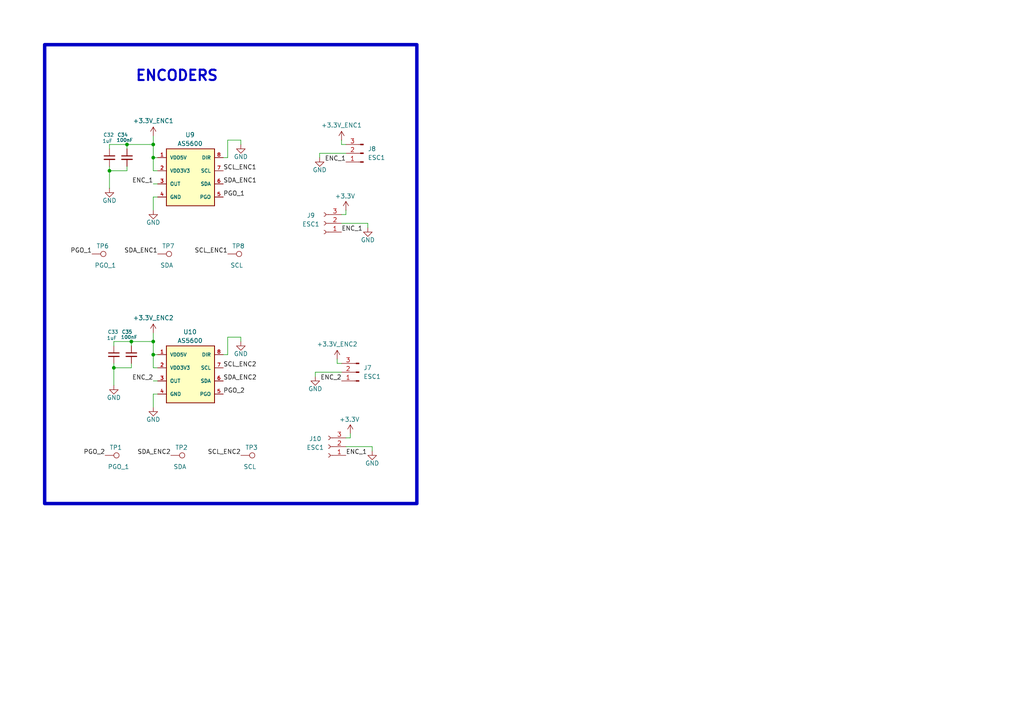
<source format=kicad_sch>
(kicad_sch (version 20250114) (generator "eeschema") (generator_version "9.0")
  (paper "A4")
  (lib_symbols
    (symbol "Connector:Conn_01x03_Pin" (pin_names (offset 1.016) (hide yes))
      (property "Reference" "J" (at 0 5.08 0))
      (property "Value" "Conn_01x03_Pin" (at 0 -5.08 0))
      (symbol "Conn_01x03_Pin_1_1"
        (rectangle (start 0.8636 2.667) (end 0 2.413) (stroke (width 0.1524)) (fill (type outline)))
        (rectangle (start 0.8636 0.127) (end 0 -0.127) (stroke (width 0.1524)) (fill (type outline)))
        (rectangle (start 0.8636 -2.413) (end 0 -2.667) (stroke (width 0.1524)) (fill (type outline)))
        (polyline (pts (xy 1.27 2.54) (xy 0.8636 2.54)) (stroke (width 0.1524)))
        (polyline (pts (xy 1.27 0) (xy 0.8636 0)) (stroke (width 0.1524)))
        (polyline (pts (xy 1.27 -2.54) (xy 0.8636 -2.54)) (stroke (width 0.1524)))
        (pin passive line (at 5.08 2.54 180) (length 3.81) (name "Pin_1") (number "1"))
        (pin passive line (at 5.08 0 180) (length 3.81) (name "Pin_2") (number "2"))
        (pin passive line (at 5.08 -2.54 180) (length 3.81) (name "Pin_3") (number "3"))
      )
    )
    (symbol "Connector:Conn_01x03_Socket" (pin_names (offset 1.016) (hide yes))
      (property "Reference" "J" (at 0 5.08 0))
      (property "Value" "Conn_01x03_Socket" (at 0 -5.08 0))
      (symbol "Conn_01x03_Socket_1_1"
        (polyline (pts (xy -1.27 2.54) (xy -0.508 2.54)) (stroke (width 0.1524)))
        (polyline (pts (xy -1.27 0) (xy -0.508 0)) (stroke (width 0.1524)))
        (polyline (pts (xy -1.27 -2.54) (xy -0.508 -2.54)) (stroke (width 0.1524)))
        (arc (start 0 2.032) (mid -0.5058 2.54) (end 0 3.048) (stroke (width 0.1524)))
        (arc (start 0 -0.508) (mid -0.5058 0) (end 0 0.508) (stroke (width 0.1524)))
        (arc (start 0 -3.048) (mid -0.5058 -2.54) (end 0 -2.032) (stroke (width 0.1524)))
        (pin passive line (at -5.08 2.54 0) (length 3.81) (name "Pin_1") (number "1"))
        (pin passive line (at -5.08 0 0) (length 3.81) (name "Pin_2") (number "2"))
        (pin passive line (at -5.08 -2.54 0) (length 3.81) (name "Pin_3") (number "3"))
      )
    )
    (symbol "Device:C_Small" (pin_numbers (hide yes)) (pin_names (offset 0.254) (hide yes))
      (property "Reference" "C" (at 0.254 1.778 0))
      (property "Value" "C_Small" (at 0.254 -2.032 0))
      (symbol "C_Small_0_1"
        (polyline (pts (xy -1.524 0.508) (xy 1.524 0.508)) (stroke (width 0.3048)))
        (polyline (pts (xy -1.524 -0.508) (xy 1.524 -0.508)) (stroke (width 0.3302)))
      )
      (symbol "C_Small_1_1"
        (pin passive line (at 0 2.54 270) (length 2.032) (name "~") (number "1"))
        (pin passive line (at 0 -2.54 90) (length 2.032) (name "~") (number "2"))
      )
    )
    (symbol "MixLib:AS5600" (pin_names (offset 1.016))
      (property "Reference" "U" (at -0.508 8.636 0))
      (property "Value" "AS5600" (at -0.508 -10.922 0))
      (symbol "AS5600_0_0"
        (rectangle (start -7.62 7.62) (end 6.35 -8.89) (stroke (width 0.254)) (fill (type background)))
        (pin power_in line (at -10.16 1.27 0) (length 2.54) (name "VDD3V3") (number "2"))
        (pin output line (at -10.16 -2.54 0) (length 2.54) (name "OUT") (number "3"))
        (pin power_in line (at -10.16 -6.35 0) (length 2.54) (name "GND") (number "4"))
        (pin input line (at 8.89 5.08 180) (length 2.54) (name "DIR") (number "8"))
        (pin input line (at 8.89 1.27 180) (length 2.54) (name "SCL") (number "7"))
        (pin bidirectional line (at 8.89 -2.54 180) (length 2.54) (name "SDA") (number "6"))
        (pin input line (at 8.89 -6.35 180) (length 2.54) (name "PGO") (number "5"))
      )
      (symbol "AS5600_1_0"
        (pin power_in line (at -10.16 5.08 0) (length 2.54) (name "VDD5V") (number "1"))
      )
    )
    (symbol "PCM_4ms_Connector:TestPoint" (pin_numbers (hide yes)) (pin_names (offset 0.762) (hide yes))
      (property "Reference" "TP" (at 0 6.858 0))
      (property "Value" "TestPoint" (at 0 5.08 0))
      (symbol "TestPoint_0_1"
        (circle (center 0 3.302) (radius 0.762))
      )
      (symbol "TestPoint_1_1"
        (pin passive line (at 0 0 90) (length 2.54) (name "1") (number "1"))
      )
    )
    (symbol "power:+3.3V" (power) (pin_numbers (hide yes)) (pin_names (offset 0) (hide yes))
      (property "Value" "+3.3V" (at 0 3.556 0))
      (symbol "+3.3V_0_1"
        (polyline (pts (xy -0.762 1.27) (xy 0 2.54)))
        (polyline (pts (xy 0 2.54) (xy 0.762 1.27)))
        (polyline (pts (xy 0 0) (xy 0 2.54)))
      )
      (symbol "+3.3V_1_1"
        (pin power_in line (at 0 0 90) (length 0) (name "~") (number "1"))
      )
    )
    (symbol "power:GND" (power) (pin_numbers (hide yes)) (pin_names (offset 0) (hide yes))
      (property "Value" "GND" (at 0 -3.81 0))
      (symbol "GND_0_1"
        (polyline (pts (xy 0 0) (xy 0 -1.27) (xy 1.27 -1.27) (xy 0 -2.54) (xy -1.27 -1.27) (xy 0 -1.27)))
      )
      (symbol "GND_1_1"
        (pin power_in line (at 0 0 270) (length 0) (name "~") (number "1"))
      )
    )
  )
  (rectangle (start 12.954 12.954) (end 120.904 146.05) (stroke (width 1)))
  (text "ENCODERS" (at 51.308 22.098 0) (effects (font (size 3 3) (thickness 0.6) (bold yes))))
  (junction (at 31.75 49.53))
  (junction (at 44.45 99.06))
  (junction (at 33.02 106.68))
  (junction (at 36.83 41.91))
  (junction (at 44.45 102.87))
  (junction (at 44.45 41.91))
  (junction (at 38.1 99.06))
  (junction (at 44.45 45.72))
  (wire (pts (xy 66.04 45.72) (xy 66.04 40.64)))
  (wire (pts (xy 38.1 106.68) (xy 33.02 106.68)))
  (wire (pts (xy 44.45 41.91) (xy 44.45 45.72)))
  (wire (pts (xy 44.45 96.52) (xy 44.45 99.06)))
  (wire (pts (xy 38.1 99.06) (xy 44.45 99.06)))
  (wire (pts (xy 100.33 62.23) (xy 99.06 62.23)))
  (wire (pts (xy 44.45 57.15) (xy 45.72 57.15)))
  (wire (pts (xy 36.83 41.91) (xy 44.45 41.91)))
  (wire (pts (xy 44.45 110.49) (xy 45.72 110.49)))
  (wire (pts (xy 44.45 53.34) (xy 45.72 53.34)))
  (wire (pts (xy 91.44 107.95) (xy 99.06 107.95)))
  (wire (pts (xy 44.45 114.3) (xy 45.72 114.3)))
  (wire (pts (xy 44.45 102.87) (xy 44.45 106.68)))
  (wire (pts (xy 31.75 49.53) (xy 31.75 54.61)))
  (wire (pts (xy 44.45 57.15) (xy 44.45 60.96)))
  (wire (pts (xy 106.68 64.77) (xy 99.06 64.77)))
  (wire (pts (xy 36.83 48.26) (xy 36.83 49.53)))
  (wire (pts (xy 66.04 97.79) (xy 69.85 97.79)))
  (wire (pts (xy 33.02 100.33) (xy 33.02 99.06)))
  (wire (pts (xy 97.79 104.14) (xy 97.79 105.41)))
  (wire (pts (xy 107.95 129.54) (xy 100.33 129.54)))
  (wire (pts (xy 36.83 49.53) (xy 31.75 49.53)))
  (wire (pts (xy 69.85 40.64) (xy 69.85 41.91)))
  (wire (pts (xy 31.75 41.91) (xy 36.83 41.91)))
  (wire (pts (xy 31.75 43.18) (xy 31.75 41.91)))
  (wire (pts (xy 33.02 99.06) (xy 38.1 99.06)))
  (wire (pts (xy 44.45 45.72) (xy 45.72 45.72)))
  (wire (pts (xy 91.44 109.22) (xy 91.44 107.95)))
  (wire (pts (xy 107.95 130.81) (xy 107.95 129.54)))
  (wire (pts (xy 69.85 97.79) (xy 69.85 99.06)))
  (wire (pts (xy 92.71 44.45) (xy 100.33 44.45)))
  (wire (pts (xy 101.6 125.73) (xy 101.6 127)))
  (wire (pts (xy 66.04 40.64) (xy 69.85 40.64)))
  (wire (pts (xy 45.72 106.68) (xy 44.45 106.68)))
  (wire (pts (xy 92.71 45.72) (xy 92.71 44.45)))
  (wire (pts (xy 45.72 49.53) (xy 44.45 49.53)))
  (wire (pts (xy 38.1 105.41) (xy 38.1 106.68)))
  (wire (pts (xy 66.04 102.87) (xy 66.04 97.79)))
  (wire (pts (xy 44.45 45.72) (xy 44.45 49.53)))
  (wire (pts (xy 31.75 49.53) (xy 31.75 48.26)))
  (wire (pts (xy 64.77 102.87) (xy 66.04 102.87)))
  (wire (pts (xy 44.45 102.87) (xy 45.72 102.87)))
  (wire (pts (xy 100.33 60.96) (xy 100.33 62.23)))
  (wire (pts (xy 38.1 99.06) (xy 38.1 100.33)))
  (wire (pts (xy 33.02 106.68) (xy 33.02 111.76)))
  (wire (pts (xy 44.45 99.06) (xy 44.45 102.87)))
  (wire (pts (xy 64.77 45.72) (xy 66.04 45.72)))
  (wire (pts (xy 33.02 106.68) (xy 33.02 105.41)))
  (wire (pts (xy 106.68 66.04) (xy 106.68 64.77)))
  (wire (pts (xy 44.45 114.3) (xy 44.45 118.11)))
  (wire (pts (xy 101.6 127) (xy 100.33 127)))
  (wire (pts (xy 99.06 41.91) (xy 100.33 41.91)))
  (wire (pts (xy 97.79 105.41) (xy 99.06 105.41)))
  (wire (pts (xy 36.83 41.91) (xy 36.83 43.18)))
  (wire (pts (xy 44.45 39.37) (xy 44.45 41.91)))
  (wire (pts (xy 99.06 40.64) (xy 99.06 41.91)))
  (label "ENC_2" (at 44.45 110.49 180))
  (label "PGO_2" (at 30.48 132.08 180))
  (label "SDA_ENC1" (at 45.72 73.66 180))
  (label "SDA_ENC2" (at 49.53 132.08 180))
  (label "SCL_ENC1" (at 66.04 73.66 180))
  (label "SCL_ENC2" (at 69.85 132.08 180))
  (label "SDA_ENC2" (at 64.77 110.49 0))
  (label "ENC_1" (at 100.33 132.08 0))
  (label "ENC_1" (at 44.45 53.34 180))
  (label "ENC_2" (at 99.06 110.49 180))
  (label "SCL_ENC1" (at 64.77 49.53 0))
  (label "PGO_1" (at 26.67 73.66 180))
  (label "PGO_2" (at 64.77 114.3 0))
  (label "SDA_ENC1" (at 64.77 53.34 0))
  (label "ENC_1" (at 100.33 46.99 180))
  (label "ENC_1" (at 99.06 67.31 0))
  (label "SCL_ENC2" (at 64.77 106.68 0))
  (label "PGO_1" (at 64.77 57.15 0))
  (symbol (lib_id "PCM_4ms_Connector:TestPoint") (at 69.85 132.08 270) (unit 1)
    (property "Reference" "TP3" (at 71.12 129.794 90) (effects (justify left)))
    (property "Value" "SCL" (at 70.612 135.382 90) (effects (justify left)))
    (property "Footprint" "TestPoint:TestPoint_Pad_D1.5mm" (effects (hide yes)))
    (property "Description" "test point" (effects (hide yes)))
  )
  (symbol (lib_id "Connector:Conn_01x03_Socket") (at 93.98 64.77 180) (unit 1)
    (property "Reference" "J9" (at 90.17 62.484 0))
    (property "Value" "ESC1" (at 90.17 65.024 0))
    (property "Footprint" "Connector_JST:JST_XH_B3B-XH-A_1x03_P2.50mm_Vertical" (effects (hide yes)))
    (property "Description" "Generic connector, single row, 01x03, script generated" (effects (hide yes)))
  )
  (symbol (lib_id "MixLib:AS5600") (at 55.88 107.95 0) (unit 1)
    (property "Reference" "U10" (at 55.118 96.266 0))
    (property "Value" "AS5600" (at 55.118 98.806 0))
    (property "Footprint" "Package_SO:SOIC-8_3.9x4.9mm_P1.27mm" (effects (hide yes)))
    (property "MF" "Ams AG" (effects (hide yes)))
    (property "Description_1" "Hall Effect Sensor Rotary Position External Magnet, Not Included Gull Wing" (effects (hide yes)))
    (property "Package" "None" (effects (hide yes)))
    (property "Price" "None" (effects (hide yes)))
    (property "SnapEDA_Link" "https://www.snapeda.com/parts/AS5600/ams/view-part/?ref=snap" (effects (hide yes)))
    (property "MP" "AS5600" (effects (hide yes)))
    (property "Availability" "Not in stock" (effects (hide yes)))
    (property "Check_prices" "https://www.snapeda.com/parts/AS5600/ams/view-part/?ref=eda" (effects (hide yes)))
  )
  (symbol (lib_id "power:GND") (at 69.85 41.91 0) (unit 1)
    (property "Reference" "#PWR064" (effects (hide yes)))
    (property "Value" "GND" (at 69.85 45.466 0))
    (property "Description" "Power symbol creates a global label with name \"GND\" , ground" (effects (hide yes)))
  )
  (symbol (lib_id "PCM_4ms_Connector:TestPoint") (at 45.72 73.66 270) (unit 1)
    (property "Reference" "TP7" (at 46.99 71.374 90) (effects (justify left)))
    (property "Value" "SDA" (at 46.482 76.962 90) (effects (justify left)))
    (property "Footprint" "TestPoint:TestPoint_Pad_D1.5mm" (effects (hide yes)))
    (property "Description" "test point" (effects (hide yes)))
  )
  (symbol (lib_id "Device:C_Small") (at 36.83 45.72 0) (unit 1)
    (property "Reference" "C34" (at 34.036 39.116 0) (effects (font (size 1 1)) (justify left)))
    (property "Value" "100nF" (at 33.782 40.64 0) (effects (font (size 1 1)) (justify left)))
    (property "Footprint" "Capacitor_SMD:C_0603_1608Metric" (effects (hide yes)))
    (property "Description" "Unpolarized capacitor, small symbol" (effects (hide yes)))
  )
  (symbol (lib_id "power:GND") (at 69.85 99.06 0) (unit 1)
    (property "Reference" "#PWR065" (effects (hide yes)))
    (property "Value" "GND" (at 69.85 102.616 0))
    (property "Description" "Power symbol creates a global label with name \"GND\" , ground" (effects (hide yes)))
  )
  (symbol (lib_id "Device:C_Small") (at 33.02 102.87 0) (unit 1)
    (property "Reference" "C33" (at 31.242 96.266 0) (effects (font (size 1 1)) (justify left)))
    (property "Value" "1uF" (at 30.988 98.044 0) (effects (font (size 1 1)) (justify left)))
    (property "Footprint" "Capacitor_SMD:C_0603_1608Metric" (effects (hide yes)))
    (property "Description" "Unpolarized capacitor, small symbol" (effects (hide yes)))
  )
  (symbol (lib_id "power:+3.3V") (at 99.06 40.64 0) (unit 1)
    (property "Reference" "#PWR066" (effects (hide yes)))
    (property "Value" "+3.3V_ENC1" (at 99.06 36.322 0))
    (property "Description" "Power symbol creates a global label with name \"+3.3V\"" (effects (hide yes)))
  )
  (symbol (lib_id "power:GND") (at 31.75 54.61 0) (unit 1)
    (property "Reference" "#PWR058" (effects (hide yes)))
    (property "Value" "GND" (at 31.75 58.166 0))
    (property "Description" "Power symbol creates a global label with name \"GND\" , ground" (effects (hide yes)))
  )
  (symbol (lib_id "PCM_4ms_Connector:TestPoint") (at 26.67 73.66 270) (unit 1)
    (property "Reference" "TP6" (at 27.94 71.374 90) (effects (justify left)))
    (property "Value" "PGO_1" (at 27.432 76.962 90) (effects (justify left)))
    (property "Footprint" "TestPoint:TestPoint_Pad_D1.5mm" (effects (hide yes)))
    (property "Description" "test point" (effects (hide yes)))
  )
  (symbol (lib_id "Device:C_Small") (at 31.75 45.72 0) (unit 1)
    (property "Reference" "C32" (at 29.972 39.116 0) (effects (font (size 1 1)) (justify left)))
    (property "Value" "1uF" (at 29.718 40.894 0) (effects (font (size 1 1)) (justify left)))
    (property "Footprint" "Capacitor_SMD:C_0603_1608Metric" (effects (hide yes)))
    (property "Description" "Unpolarized capacitor, small symbol" (effects (hide yes)))
  )
  (symbol (lib_id "power:GND") (at 44.45 60.96 0) (unit 1)
    (property "Reference" "#PWR061" (effects (hide yes)))
    (property "Value" "GND" (at 44.45 64.516 0))
    (property "Description" "Power symbol creates a global label with name \"GND\" , ground" (effects (hide yes)))
  )
  (symbol (lib_id "Connector:Conn_01x03_Pin") (at 105.41 44.45 180) (unit 1)
    (property "Reference" "J8" (at 106.68 43.1799 0) (effects (justify right)))
    (property "Value" "ESC1" (at 106.68 45.7199 0) (effects (justify right)))
    (property "Footprint" "MixLib:PinHeader_1x03_P2.54-SMD,THT,2-layers" (effects (hide yes)))
    (property "Description" "Generic connector, single row, 01x03, script generated" (effects (hide yes)))
  )
  (symbol (lib_id "power:+3.3V") (at 44.45 39.37 0) (unit 1)
    (property "Reference" "#PWR060" (effects (hide yes)))
    (property "Value" "+3.3V_ENC1" (at 44.45 35.052 0))
    (property "Description" "Power symbol creates a global label with name \"+3.3V\"" (effects (hide yes)))
  )
  (symbol (lib_id "power:+3.3V") (at 97.79 104.14 0) (unit 1)
    (property "Reference" "#PWR074" (effects (hide yes)))
    (property "Value" "+3.3V_ENC2" (at 97.79 99.822 0))
    (property "Description" "Power symbol creates a global label with name \"+3.3V\"" (effects (hide yes)))
  )
  (symbol (lib_id "Device:C_Small") (at 38.1 102.87 0) (unit 1)
    (property "Reference" "C35" (at 35.306 96.266 0) (effects (font (size 1 1)) (justify left)))
    (property "Value" "100nF" (at 35.052 97.79 0) (effects (font (size 1 1)) (justify left)))
    (property "Footprint" "Capacitor_SMD:C_0603_1608Metric" (effects (hide yes)))
    (property "Description" "Unpolarized capacitor, small symbol" (effects (hide yes)))
  )
  (symbol (lib_id "power:GND") (at 106.68 66.04 0) (mirror y) (unit 1)
    (property "Reference" "#PWR075" (effects (hide yes)))
    (property "Value" "GND" (at 106.68 69.596 0))
    (property "Description" "Power symbol creates a global label with name \"GND\" , ground" (effects (hide yes)))
  )
  (symbol (lib_id "Connector:Conn_01x03_Socket") (at 95.25 129.54 180) (unit 1)
    (property "Reference" "J10" (at 91.44 127.254 0))
    (property "Value" "ESC1" (at 91.44 129.794 0))
    (property "Footprint" "Connector_JST:JST_XH_B3B-XH-A_1x03_P2.50mm_Vertical" (effects (hide yes)))
    (property "Description" "Generic connector, single row, 01x03, script generated" (effects (hide yes)))
  )
  (symbol (lib_id "PCM_4ms_Connector:TestPoint") (at 66.04 73.66 270) (unit 1)
    (property "Reference" "TP8" (at 67.31 71.374 90) (effects (justify left)))
    (property "Value" "SCL" (at 66.802 76.962 90) (effects (justify left)))
    (property "Footprint" "TestPoint:TestPoint_Pad_D1.5mm" (effects (hide yes)))
    (property "Description" "test point" (effects (hide yes)))
  )
  (symbol (lib_id "power:GND") (at 107.95 130.81 0) (mirror y) (unit 1)
    (property "Reference" "#PWR078" (effects (hide yes)))
    (property "Value" "GND" (at 107.95 134.366 0))
    (property "Description" "Power symbol creates a global label with name \"GND\" , ground" (effects (hide yes)))
  )
  (symbol (lib_id "MixLib:AS5600") (at 55.88 50.8 0) (unit 1)
    (property "Reference" "U9" (at 55.118 39.116 0))
    (property "Value" "AS5600" (at 55.118 41.656 0))
    (property "Footprint" "Package_SO:SOIC-8_3.9x4.9mm_P1.27mm" (effects (hide yes)))
    (property "MF" "Ams AG" (effects (hide yes)))
    (property "Description_1" "Hall Effect Sensor Rotary Position External Magnet, Not Included Gull Wing" (effects (hide yes)))
    (property "Package" "None" (effects (hide yes)))
    (property "Price" "None" (effects (hide yes)))
    (property "SnapEDA_Link" "https://www.snapeda.com/parts/AS5600/ams/view-part/?ref=snap" (effects (hide yes)))
    (property "MP" "AS5600" (effects (hide yes)))
    (property "Availability" "Not in stock" (effects (hide yes)))
    (property "Check_prices" "https://www.snapeda.com/parts/AS5600/ams/view-part/?ref=eda" (effects (hide yes)))
  )
  (symbol (lib_id "power:+3.3V") (at 100.33 60.96 0) (unit 1)
    (property "Reference" "#PWR076" (effects (hide yes)))
    (property "Value" "+3.3V" (at 100.076 56.896 0))
    (property "Description" "Power symbol creates a global label with name \"+3.3V\"" (effects (hide yes)))
  )
  (symbol (lib_id "power:GND") (at 44.45 118.11 0) (unit 1)
    (property "Reference" "#PWR063" (effects (hide yes)))
    (property "Value" "GND" (at 44.45 121.666 0))
    (property "Description" "Power symbol creates a global label with name \"GND\" , ground" (effects (hide yes)))
  )
  (symbol (lib_id "power:GND") (at 91.44 109.22 0) (unit 1)
    (property "Reference" "#PWR072" (effects (hide yes)))
    (property "Value" "GND" (at 91.44 112.776 0))
    (property "Description" "Power symbol creates a global label with name \"GND\" , ground" (effects (hide yes)))
  )
  (symbol (lib_id "power:+3.3V") (at 44.45 96.52 0) (unit 1)
    (property "Reference" "#PWR062" (effects (hide yes)))
    (property "Value" "+3.3V_ENC2" (at 44.45 92.202 0))
    (property "Description" "Power symbol creates a global label with name \"+3.3V\"" (effects (hide yes)))
  )
  (symbol (lib_id "PCM_4ms_Connector:TestPoint") (at 30.48 132.08 270) (unit 1)
    (property "Reference" "TP1" (at 31.75 129.794 90) (effects (justify left)))
    (property "Value" "PGO_1" (at 31.242 135.382 90) (effects (justify left)))
    (property "Footprint" "TestPoint:TestPoint_Pad_D1.5mm" (effects (hide yes)))
    (property "Description" "test point" (effects (hide yes)))
  )
  (symbol (lib_id "PCM_4ms_Connector:TestPoint") (at 49.53 132.08 270) (unit 1)
    (property "Reference" "TP2" (at 50.8 129.794 90) (effects (justify left)))
    (property "Value" "SDA" (at 50.292 135.382 90) (effects (justify left)))
    (property "Footprint" "TestPoint:TestPoint_Pad_D1.5mm" (effects (hide yes)))
    (property "Description" "test point" (effects (hide yes)))
  )
  (symbol (lib_id "power:GND") (at 33.02 111.76 0) (unit 1)
    (property "Reference" "#PWR059" (effects (hide yes)))
    (property "Value" "GND" (at 33.02 115.316 0))
    (property "Description" "Power symbol creates a global label with name \"GND\" , ground" (effects (hide yes)))
  )
  (symbol (lib_id "power:GND") (at 92.71 45.72 0) (unit 1)
    (property "Reference" "#PWR073" (effects (hide yes)))
    (property "Value" "GND" (at 92.71 49.276 0))
    (property "Description" "Power symbol creates a global label with name \"GND\" , ground" (effects (hide yes)))
  )
  (symbol (lib_id "Connector:Conn_01x03_Pin") (at 104.14 107.95 180) (unit 1)
    (property "Reference" "J7" (at 105.41 106.6799 0) (effects (justify right)))
    (property "Value" "ESC1" (at 105.41 109.2199 0) (effects (justify right)))
    (property "Footprint" "MixLib:PinHeader_1x03_P2.54-SMD,THT,2-layers" (effects (hide yes)))
    (property "Description" "Generic connector, single row, 01x03, script generated" (effects (hide yes)))
  )
  (symbol (lib_id "power:+3.3V") (at 101.6 125.73 0) (unit 1)
    (property "Reference" "#PWR077" (effects (hide yes)))
    (property "Value" "+3.3V" (at 101.346 121.666 0))
    (property "Description" "Power symbol creates a global label with name \"+3.3V\"" (effects (hide yes)))
  )
)
</source>
